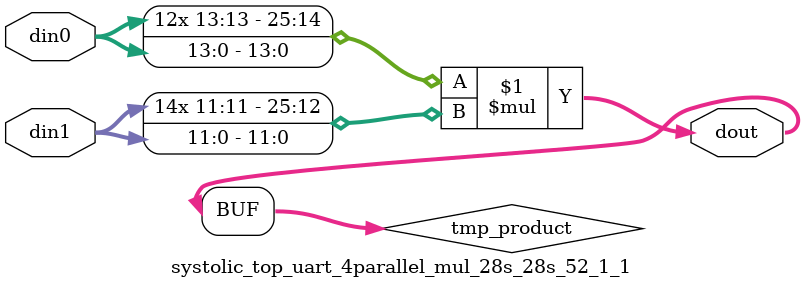
<source format=v>

`timescale 1 ns / 1 ps

 module systolic_top_uart_4parallel_mul_28s_28s_52_1_1(din0, din1, dout);
parameter ID = 1;
parameter NUM_STAGE = 0;
parameter din0_WIDTH = 14;
parameter din1_WIDTH = 12;
parameter dout_WIDTH = 26;

input [din0_WIDTH - 1 : 0] din0; 
input [din1_WIDTH - 1 : 0] din1; 
output [dout_WIDTH - 1 : 0] dout;

wire signed [dout_WIDTH - 1 : 0] tmp_product;



























assign tmp_product = $signed(din0) * $signed(din1);








assign dout = tmp_product;





















endmodule

</source>
